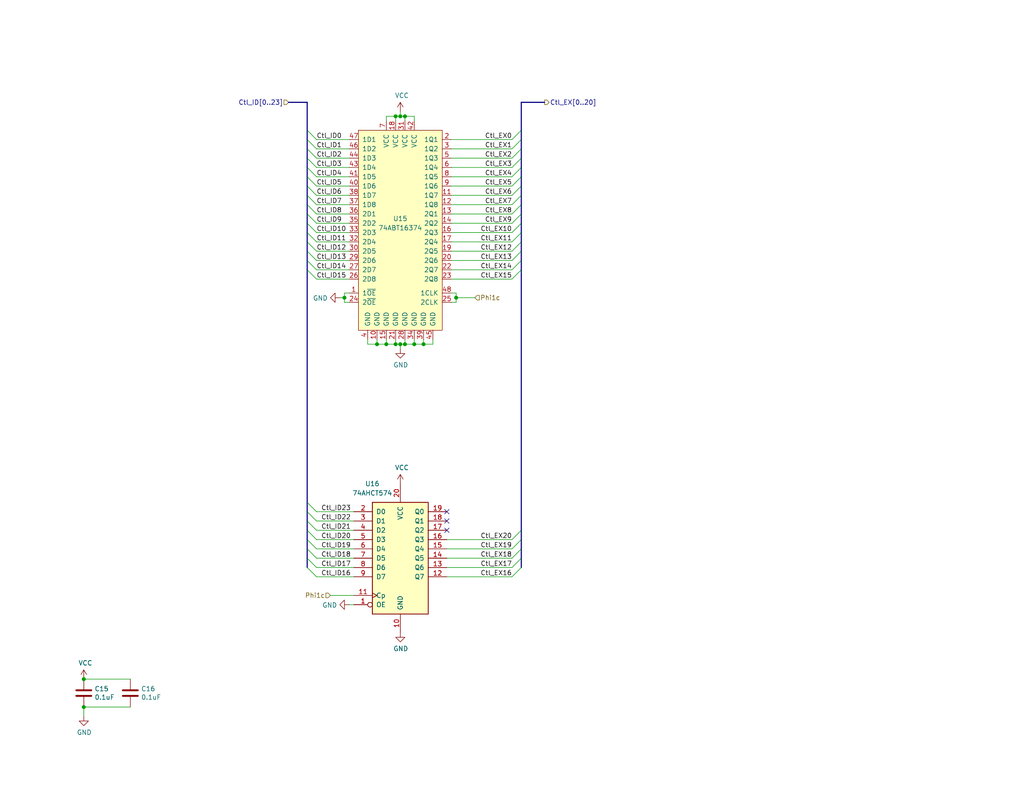
<source format=kicad_sch>
(kicad_sch (version 20250114) (generator "eeschema") (generator_version "9.0")
  (paper "USLetter")
  (title_block (title "ID/EX Control Register") (date "2023-11-14") (rev "E"))
  (lib_symbols
    (symbol "74xx (kicad5):74ABT16374" (pin_names (offset 1.016))
      (property "Reference" "U" (at 0 1.27 0))
      (property "Value" "74ABT16374" (at 0 -1.27 0))
      (symbol "74ABT16374_0_0"
        (pin input line (at -13.97 21.59 0) (length 2.54) (name "1D1") (number "47"))
        (pin input line (at -13.97 19.05 0) (length 2.54) (name "1D2") (number "46"))
        (pin input line (at -13.97 16.51 0) (length 2.54) (name "1D3") (number "44"))
        (pin input line (at -13.97 13.97 0) (length 2.54) (name "1D4") (number "43"))
        (pin input line (at -13.97 11.43 0) (length 2.54) (name "1D5") (number "41"))
        (pin input line (at -13.97 8.89 0) (length 2.54) (name "1D6") (number "40"))
        (pin input line (at -13.97 6.35 0) (length 2.54) (name "1D7") (number "38"))
        (pin input line (at -13.97 3.81 0) (length 2.54) (name "1D8") (number "37"))
        (pin input line (at -13.97 1.27 0) (length 2.54) (name "2D1") (number "36"))
        (pin input line (at -13.97 -1.27 0) (length 2.54) (name "2D2") (number "35"))
        (pin input line (at -13.97 -3.81 0) (length 2.54) (name "2D3") (number "33"))
        (pin input line (at -13.97 -6.35 0) (length 2.54) (name "2D4") (number "32"))
        (pin input line (at -13.97 -8.89 0) (length 2.54) (name "2D5") (number "30"))
        (pin input line (at -13.97 -11.43 0) (length 2.54) (name "2D6") (number "29"))
        (pin input line (at -13.97 -13.97 0) (length 2.54) (name "2D7") (number "27"))
        (pin input line (at -13.97 -16.51 0) (length 2.54) (name "2D8") (number "26"))
        (pin input line (at -13.97 -20.32 0) (length 2.54) (name "1~{OE}") (number "1"))
        (pin input line (at -13.97 -22.86 0) (length 2.54) (name "2~{OE}") (number "24"))
        (pin power_in line (at -8.89 -33.02 90) (length 2.54) (name "GND") (number "4"))
        (pin power_in line (at -6.35 -33.02 90) (length 2.54) (name "GND") (number "10"))
        (pin power_in line (at -3.81 26.67 270) (length 2.54) (name "VCC") (number "7"))
        (pin power_in line (at -3.81 -33.02 90) (length 2.54) (name "GND") (number "15"))
        (pin power_in line (at -1.27 26.67 270) (length 2.54) (name "VCC") (number "18"))
        (pin power_in line (at -1.27 -33.02 90) (length 2.54) (name "GND") (number "21"))
        (pin power_in line (at 1.27 26.67 270) (length 2.54) (name "VCC") (number "31"))
        (pin power_in line (at 1.27 -33.02 90) (length 2.54) (name "GND") (number "28"))
        (pin power_in line (at 3.81 26.67 270) (length 2.54) (name "VCC") (number "42"))
        (pin power_in line (at 3.81 -33.02 90) (length 2.54) (name "GND") (number "34"))
        (pin power_in line (at 6.35 -33.02 90) (length 2.54) (name "GND") (number "39"))
        (pin power_in line (at 8.89 -33.02 90) (length 2.54) (name "GND") (number "45"))
        (pin tri_state line (at 13.97 21.59 180) (length 2.54) (name "1Q1") (number "2"))
        (pin tri_state line (at 13.97 19.05 180) (length 2.54) (name "1Q2") (number "3"))
        (pin tri_state line (at 13.97 16.51 180) (length 2.54) (name "1Q3") (number "5"))
        (pin tri_state line (at 13.97 13.97 180) (length 2.54) (name "1Q4") (number "6"))
        (pin tri_state line (at 13.97 11.43 180) (length 2.54) (name "1Q5") (number "8"))
        (pin tri_state line (at 13.97 8.89 180) (length 2.54) (name "1Q6") (number "9"))
        (pin tri_state line (at 13.97 6.35 180) (length 2.54) (name "1Q7") (number "11"))
        (pin tri_state line (at 13.97 3.81 180) (length 2.54) (name "1Q8") (number "12"))
        (pin tri_state line (at 13.97 1.27 180) (length 2.54) (name "2Q1") (number "13"))
        (pin tri_state line (at 13.97 -1.27 180) (length 2.54) (name "2Q2") (number "14"))
        (pin tri_state line (at 13.97 -3.81 180) (length 2.54) (name "2Q3") (number "16"))
        (pin tri_state line (at 13.97 -6.35 180) (length 2.54) (name "2Q4") (number "17"))
        (pin tri_state line (at 13.97 -8.89 180) (length 2.54) (name "2Q5") (number "19"))
        (pin tri_state line (at 13.97 -11.43 180) (length 2.54) (name "2Q6") (number "20"))
        (pin tri_state line (at 13.97 -13.97 180) (length 2.54) (name "2Q7") (number "22"))
        (pin tri_state line (at 13.97 -16.51 180) (length 2.54) (name "2Q8") (number "23"))
        (pin input line (at 13.97 -20.32 180) (length 2.54) (name "1CLK") (number "48"))
        (pin input line (at 13.97 -22.86 180) (length 2.54) (name "2CLK") (number "25"))
      )
      (symbol "74ABT16374_0_1"
        (rectangle (start -11.43 24.13) (end 11.43 -30.48) (fill (type background)))
      )
    )
    (symbol "74xx:74LS574" (pin_names (offset 1.016))
      (property "Reference" "U" (at -7.62 16.51 0))
      (property "Value" "74LS574" (at -7.62 -16.51 0))
      (symbol "74LS574_1_0"
        (pin input line (at -12.7 12.7 0) (length 5.08) (name "D0") (number "2"))
        (pin input line (at -12.7 10.16 0) (length 5.08) (name "D1") (number "3"))
        (pin input line (at -12.7 7.62 0) (length 5.08) (name "D2") (number "4"))
        (pin input line (at -12.7 5.08 0) (length 5.08) (name "D3") (number "5"))
        (pin input line (at -12.7 2.54 0) (length 5.08) (name "D4") (number "6"))
        (pin input line (at -12.7 0 0) (length 5.08) (name "D5") (number "7"))
        (pin input line (at -12.7 -2.54 0) (length 5.08) (name "D6") (number "8"))
        (pin input line (at -12.7 -5.08 0) (length 5.08) (name "D7") (number "9"))
        (pin input clock (at -12.7 -10.16 0) (length 5.08) (name "Cp") (number "11"))
        (pin input inverted (at -12.7 -12.7 0) (length 5.08) (name "OE") (number "1"))
        (pin power_in line (at 0 20.32 270) (length 5.08) (name "VCC") (number "20"))
        (pin power_in line (at 0 -20.32 90) (length 5.08) (name "GND") (number "10"))
        (pin tri_state line (at 12.7 12.7 180) (length 5.08) (name "Q0") (number "19"))
        (pin tri_state line (at 12.7 10.16 180) (length 5.08) (name "Q1") (number "18"))
        (pin tri_state line (at 12.7 7.62 180) (length 5.08) (name "Q2") (number "17"))
        (pin tri_state line (at 12.7 5.08 180) (length 5.08) (name "Q3") (number "16"))
        (pin tri_state line (at 12.7 2.54 180) (length 5.08) (name "Q4") (number "15"))
        (pin tri_state line (at 12.7 0 180) (length 5.08) (name "Q5") (number "14"))
        (pin tri_state line (at 12.7 -2.54 180) (length 5.08) (name "Q6") (number "13"))
        (pin tri_state line (at 12.7 -5.08 180) (length 5.08) (name "Q7") (number "12"))
      )
      (symbol "74LS574_1_1"
        (rectangle (start -7.62 15.24) (end 7.62 -15.24) (stroke (width 0.254)) (fill (type background)))
      )
    )
    (symbol "Device:C" (pin_numbers (hide yes)) (pin_names (offset 0.254))
      (property "Reference" "C" (at 0.635 2.54 0))
      (property "Value" "C" (at 0.635 -2.54 0))
      (symbol "C_0_1"
        (polyline (pts (xy -2.032 0.762) (xy 2.032 0.762)) (stroke (width 0.508)))
        (polyline (pts (xy -2.032 -0.762) (xy 2.032 -0.762)) (stroke (width 0.508)))
      )
      (symbol "C_1_1"
        (pin passive line (at 0 3.81 270) (length 2.794) (name "~") (number "1"))
        (pin passive line (at 0 -3.81 90) (length 2.794) (name "~") (number "2"))
      )
    )
    (symbol "power:GND" (power) (pin_names (offset 0))
      (property "Value" "GND" (at 0 -3.81 0))
      (symbol "GND_0_1"
        (polyline (pts (xy 0 0) (xy 0 -1.27) (xy 1.27 -1.27) (xy 0 -2.54) (xy -1.27 -1.27) (xy 0 -1.27)))
      )
      (symbol "GND_1_1"
        (pin power_in line (at 0 0 270) (length 0) (hide yes) (name "GND") (number "1"))
      )
    )
    (symbol "power:VCC" (power) (pin_names (offset 0))
      (property "Value" "VCC" (at 0 3.81 0))
      (symbol "VCC_0_1"
        (polyline (pts (xy -0.762 1.27) (xy 0 2.54)))
        (polyline (pts (xy 0 2.54) (xy 0.762 1.27)))
        (polyline (pts (xy 0 0) (xy 0 2.54)))
      )
      (symbol "VCC_1_1"
        (pin power_in line (at 0 0 90) (length 0) (hide yes) (name "VCC") (number "1"))
      )
    )
  )
  (junction (at 110.49 31.75))
  (junction (at 110.49 93.98))
  (junction (at 107.95 31.75))
  (junction (at 22.86 193.04))
  (junction (at 93.98 81.28))
  (junction (at 22.86 185.42))
  (junction (at 124.46 81.28))
  (junction (at 107.95 93.98))
  (junction (at 109.22 31.75))
  (junction (at 109.22 93.98))
  (junction (at 105.41 93.98))
  (junction (at 102.87 93.98))
  (junction (at 113.03 93.98))
  (junction (at 115.57 93.98))
  (no_connect (at 121.92 139.7))
  (no_connect (at 121.92 142.24))
  (no_connect (at 121.92 144.78))
  (bus_entry (at 142.24 53.34) (size -2.54 2.54))
  (bus_entry (at 83.82 55.88) (size 2.54 2.54))
  (bus_entry (at 142.24 68.58) (size -2.54 2.54))
  (bus_entry (at 83.82 58.42) (size 2.54 2.54))
  (bus_entry (at 142.24 43.18) (size -2.54 2.54))
  (bus_entry (at 83.82 152.4) (size 2.54 2.54))
  (bus_entry (at 83.82 144.78) (size 2.54 2.54))
  (bus_entry (at 142.24 38.1) (size -2.54 2.54))
  (bus_entry (at 142.24 152.4) (size -2.54 2.54))
  (bus_entry (at 142.24 71.12) (size -2.54 2.54))
  (bus_entry (at 142.24 40.64) (size -2.54 2.54))
  (bus_entry (at 83.82 60.96) (size 2.54 2.54))
  (bus_entry (at 83.82 43.18) (size 2.54 2.54))
  (bus_entry (at 83.82 137.16) (size 2.54 2.54))
  (bus_entry (at 83.82 139.7) (size 2.54 2.54))
  (bus_entry (at 83.82 142.24) (size 2.54 2.54))
  (bus_entry (at 142.24 35.56) (size -2.54 2.54))
  (bus_entry (at 83.82 63.5) (size 2.54 2.54))
  (bus_entry (at 142.24 50.8) (size -2.54 2.54))
  (bus_entry (at 142.24 60.96) (size -2.54 2.54))
  (bus_entry (at 83.82 147.32) (size 2.54 2.54))
  (bus_entry (at 83.82 48.26) (size 2.54 2.54))
  (bus_entry (at 83.82 38.1) (size 2.54 2.54))
  (bus_entry (at 142.24 63.5) (size -2.54 2.54))
  (bus_entry (at 83.82 35.56) (size 2.54 2.54))
  (bus_entry (at 83.82 53.34) (size 2.54 2.54))
  (bus_entry (at 83.82 45.72) (size 2.54 2.54))
  (bus_entry (at 83.82 68.58) (size 2.54 2.54))
  (bus_entry (at 142.24 48.26) (size -2.54 2.54))
  (bus_entry (at 142.24 154.94) (size -2.54 2.54))
  (bus_entry (at 142.24 149.86) (size -2.54 2.54))
  (bus_entry (at 142.24 45.72) (size -2.54 2.54))
  (bus_entry (at 142.24 58.42) (size -2.54 2.54))
  (bus_entry (at 83.82 149.86) (size 2.54 2.54))
  (bus_entry (at 142.24 66.04) (size -2.54 2.54))
  (bus_entry (at 142.24 55.88) (size -2.54 2.54))
  (bus_entry (at 142.24 147.32) (size -2.54 2.54))
  (bus_entry (at 83.82 50.8) (size 2.54 2.54))
  (bus_entry (at 142.24 144.78) (size -2.54 2.54))
  (bus_entry (at 83.82 66.04) (size 2.54 2.54))
  (bus_entry (at 83.82 71.12) (size 2.54 2.54))
  (bus_entry (at 83.82 154.94) (size 2.54 2.54))
  (bus_entry (at 83.82 40.64) (size 2.54 2.54))
  (bus_entry (at 83.82 73.66) (size 2.54 2.54))
  (bus_entry (at 142.24 73.66) (size -2.54 2.54))
  (wire (pts (xy 86.36 43.18) (xy 95.25 43.18)))
  (bus (pts (xy 83.82 38.1) (xy 83.82 40.64)))
  (wire (pts (xy 139.7 154.94) (xy 121.92 154.94)))
  (wire (pts (xy 124.46 82.55) (xy 123.19 82.55)))
  (bus (pts (xy 83.82 27.94) (xy 83.82 35.56)))
  (wire (pts (xy 100.33 92.71) (xy 100.33 93.98)))
  (bus (pts (xy 142.24 27.94) (xy 142.24 35.56)))
  (wire (pts (xy 139.7 60.96) (xy 123.19 60.96)))
  (wire (pts (xy 139.7 38.1) (xy 123.19 38.1)))
  (wire (pts (xy 115.57 92.71) (xy 115.57 93.98)))
  (wire (pts (xy 107.95 93.98) (xy 109.22 93.98)))
  (wire (pts (xy 35.56 193.04) (xy 22.86 193.04)))
  (wire (pts (xy 86.36 53.34) (xy 95.25 53.34)))
  (wire (pts (xy 107.95 31.75) (xy 109.22 31.75)))
  (wire (pts (xy 86.36 68.58) (xy 95.25 68.58)))
  (bus (pts (xy 83.82 35.56) (xy 83.82 38.1)))
  (wire (pts (xy 86.36 66.04) (xy 95.25 66.04)))
  (bus (pts (xy 142.24 45.72) (xy 142.24 48.26)))
  (wire (pts (xy 139.7 157.48) (xy 121.92 157.48)))
  (bus (pts (xy 83.82 152.4) (xy 83.82 154.94)))
  (wire (pts (xy 86.36 55.88) (xy 95.25 55.88)))
  (wire (pts (xy 109.22 93.98) (xy 109.22 95.25)))
  (wire (pts (xy 139.7 55.88) (xy 123.19 55.88)))
  (bus (pts (xy 83.82 137.16) (xy 83.82 139.7)))
  (wire (pts (xy 113.03 31.75) (xy 113.03 33.02)))
  (wire (pts (xy 139.7 43.18) (xy 123.19 43.18)))
  (wire (pts (xy 93.98 81.28) (xy 93.98 82.55)))
  (wire (pts (xy 109.22 31.75) (xy 110.49 31.75)))
  (bus (pts (xy 142.24 53.34) (xy 142.24 55.88)))
  (wire (pts (xy 109.22 93.98) (xy 110.49 93.98)))
  (bus (pts (xy 83.82 43.18) (xy 83.82 45.72)))
  (bus (pts (xy 142.24 35.56) (xy 142.24 38.1)))
  (wire (pts (xy 139.7 66.04) (xy 123.19 66.04)))
  (bus (pts (xy 142.24 149.86) (xy 142.24 152.4)))
  (bus (pts (xy 142.24 55.88) (xy 142.24 58.42)))
  (bus (pts (xy 83.82 68.58) (xy 83.82 71.12)))
  (bus (pts (xy 142.24 40.64) (xy 142.24 43.18)))
  (bus (pts (xy 142.24 147.32) (xy 142.24 149.86)))
  (wire (pts (xy 105.41 92.71) (xy 105.41 93.98)))
  (wire (pts (xy 139.7 53.34) (xy 123.19 53.34)))
  (bus (pts (xy 83.82 144.78) (xy 83.82 147.32)))
  (wire (pts (xy 86.36 73.66) (xy 95.25 73.66)))
  (wire (pts (xy 86.36 144.78) (xy 96.52 144.78)))
  (bus (pts (xy 83.82 63.5) (xy 83.82 66.04)))
  (wire (pts (xy 102.87 92.71) (xy 102.87 93.98)))
  (wire (pts (xy 86.36 63.5) (xy 95.25 63.5)))
  (wire (pts (xy 110.49 93.98) (xy 113.03 93.98)))
  (wire (pts (xy 86.36 58.42) (xy 95.25 58.42)))
  (bus (pts (xy 148.59 27.94) (xy 142.24 27.94)))
  (wire (pts (xy 86.36 149.86) (xy 96.52 149.86)))
  (wire (pts (xy 139.7 147.32) (xy 121.92 147.32)))
  (wire (pts (xy 139.7 152.4) (xy 121.92 152.4)))
  (bus (pts (xy 142.24 63.5) (xy 142.24 66.04)))
  (wire (pts (xy 86.36 76.2) (xy 95.25 76.2)))
  (bus (pts (xy 142.24 73.66) (xy 142.24 144.78)))
  (wire (pts (xy 86.36 45.72) (xy 95.25 45.72)))
  (bus (pts (xy 142.24 66.04) (xy 142.24 68.58)))
  (wire (pts (xy 22.86 195.58) (xy 22.86 193.04)))
  (wire (pts (xy 86.36 71.12) (xy 95.25 71.12)))
  (wire (pts (xy 123.19 80.01) (xy 124.46 80.01)))
  (wire (pts (xy 86.36 147.32) (xy 96.52 147.32)))
  (wire (pts (xy 93.98 80.01) (xy 93.98 81.28)))
  (wire (pts (xy 109.22 30.48) (xy 109.22 31.75)))
  (bus (pts (xy 142.24 58.42) (xy 142.24 60.96)))
  (wire (pts (xy 86.36 38.1) (xy 95.25 38.1)))
  (wire (pts (xy 110.49 31.75) (xy 113.03 31.75)))
  (wire (pts (xy 118.11 93.98) (xy 118.11 92.71)))
  (wire (pts (xy 86.36 157.48) (xy 96.52 157.48)))
  (bus (pts (xy 142.24 152.4) (xy 142.24 154.94)))
  (wire (pts (xy 139.7 50.8) (xy 123.19 50.8)))
  (wire (pts (xy 102.87 93.98) (xy 105.41 93.98)))
  (wire (pts (xy 90.17 162.56) (xy 96.52 162.56)))
  (wire (pts (xy 107.95 92.71) (xy 107.95 93.98)))
  (bus (pts (xy 83.82 50.8) (xy 83.82 53.34)))
  (bus (pts (xy 83.82 71.12) (xy 83.82 73.66)))
  (wire (pts (xy 107.95 33.02) (xy 107.95 31.75)))
  (bus (pts (xy 83.82 73.66) (xy 83.82 137.16)))
  (wire (pts (xy 124.46 81.28) (xy 129.54 81.28)))
  (wire (pts (xy 110.49 92.71) (xy 110.49 93.98)))
  (wire (pts (xy 86.36 48.26) (xy 95.25 48.26)))
  (wire (pts (xy 86.36 142.24) (xy 96.52 142.24)))
  (wire (pts (xy 86.36 152.4) (xy 96.52 152.4)))
  (bus (pts (xy 142.24 43.18) (xy 142.24 45.72)))
  (wire (pts (xy 105.41 33.02) (xy 105.41 31.75)))
  (bus (pts (xy 83.82 149.86) (xy 83.82 152.4)))
  (wire (pts (xy 113.03 93.98) (xy 115.57 93.98)))
  (bus (pts (xy 142.24 38.1) (xy 142.24 40.64)))
  (wire (pts (xy 93.98 81.28) (xy 92.71 81.28)))
  (wire (pts (xy 139.7 63.5) (xy 123.19 63.5)))
  (bus (pts (xy 83.82 45.72) (xy 83.82 48.26)))
  (wire (pts (xy 105.41 93.98) (xy 107.95 93.98)))
  (bus (pts (xy 83.82 53.34) (xy 83.82 55.88)))
  (wire (pts (xy 139.7 48.26) (xy 123.19 48.26)))
  (bus (pts (xy 142.24 144.78) (xy 142.24 147.32)))
  (wire (pts (xy 100.33 93.98) (xy 102.87 93.98)))
  (wire (pts (xy 115.57 93.98) (xy 118.11 93.98)))
  (bus (pts (xy 78.74 27.94) (xy 83.82 27.94)))
  (bus (pts (xy 83.82 142.24) (xy 83.82 144.78)))
  (wire (pts (xy 139.7 68.58) (xy 123.19 68.58)))
  (wire (pts (xy 113.03 92.71) (xy 113.03 93.98)))
  (wire (pts (xy 139.7 45.72) (xy 123.19 45.72)))
  (bus (pts (xy 83.82 48.26) (xy 83.82 50.8)))
  (bus (pts (xy 83.82 40.64) (xy 83.82 43.18)))
  (wire (pts (xy 110.49 33.02) (xy 110.49 31.75)))
  (bus (pts (xy 83.82 147.32) (xy 83.82 149.86)))
  (wire (pts (xy 95.25 165.1) (xy 96.52 165.1)))
  (wire (pts (xy 139.7 40.64) (xy 123.19 40.64)))
  (bus (pts (xy 83.82 66.04) (xy 83.82 68.58)))
  (bus (pts (xy 142.24 48.26) (xy 142.24 50.8)))
  (bus (pts (xy 142.24 71.12) (xy 142.24 73.66)))
  (bus (pts (xy 83.82 139.7) (xy 83.82 142.24)))
  (wire (pts (xy 95.25 80.01) (xy 93.98 80.01)))
  (wire (pts (xy 86.36 40.64) (xy 95.25 40.64)))
  (wire (pts (xy 22.86 185.42) (xy 35.56 185.42)))
  (wire (pts (xy 86.36 139.7) (xy 96.52 139.7)))
  (bus (pts (xy 142.24 68.58) (xy 142.24 71.12)))
  (bus (pts (xy 83.82 58.42) (xy 83.82 60.96)))
  (wire (pts (xy 139.7 149.86) (xy 121.92 149.86)))
  (wire (pts (xy 124.46 80.01) (xy 124.46 81.28)))
  (bus (pts (xy 83.82 60.96) (xy 83.82 63.5)))
  (wire (pts (xy 139.7 76.2) (xy 123.19 76.2)))
  (wire (pts (xy 86.36 50.8) (xy 95.25 50.8)))
  (wire (pts (xy 139.7 71.12) (xy 123.19 71.12)))
  (bus (pts (xy 83.82 55.88) (xy 83.82 58.42)))
  (bus (pts (xy 142.24 50.8) (xy 142.24 53.34)))
  (wire (pts (xy 93.98 82.55) (xy 95.25 82.55)))
  (wire (pts (xy 105.41 31.75) (xy 107.95 31.75)))
  (wire (pts (xy 139.7 58.42) (xy 123.19 58.42)))
  (wire (pts (xy 86.36 154.94) (xy 96.52 154.94)))
  (wire (pts (xy 139.7 73.66) (xy 123.19 73.66)))
  (wire (pts (xy 124.46 81.28) (xy 124.46 82.55)))
  (wire (pts (xy 86.36 60.96) (xy 95.25 60.96)))
  (bus (pts (xy 142.24 60.96) (xy 142.24 63.5)))
  (label "Ctl_EX0" (at 139.7 38.1 180))
  (label "Ctl_EX11" (at 139.7 66.04 180))
  (label "Ctl_EX8" (at 139.7 58.42 180))
  (label "Ctl_ID14" (at 86.36 73.66 0))
  (label "Ctl_ID12" (at 86.36 68.58 0))
  (label "Ctl_EX9" (at 139.7 60.96 180))
  (label "Ctl_ID17" (at 87.63 154.94 0))
  (label "Ctl_EX10" (at 139.7 63.5 180))
  (label "Ctl_EX16" (at 139.7 157.48 180))
  (label "Ctl_ID7" (at 86.36 55.88 0))
  (label "Ctl_ID0" (at 86.36 38.1 0))
  (label "Ctl_ID3" (at 86.36 45.72 0))
  (label "Ctl_EX18" (at 139.7 152.4 180))
  (label "Ctl_EX12" (at 139.7 68.58 180))
  (label "Ctl_ID22" (at 87.63 142.24 0))
  (label "Ctl_EX20" (at 139.7 147.32 180))
  (label "Ctl_EX15" (at 139.7 76.2 180))
  (label "Ctl_ID21" (at 87.63 144.78 0))
  (label "Ctl_ID2" (at 86.36 43.18 0))
  (label "Ctl_ID15" (at 86.36 76.2 0))
  (label "Ctl_EX5" (at 139.7 50.8 180))
  (label "Ctl_ID13" (at 86.36 71.12 0))
  (label "Ctl_ID4" (at 86.36 48.26 0))
  (label "Ctl_EX7" (at 139.7 55.88 180))
  (label "Ctl_EX17" (at 139.7 154.94 180))
  (label "Ctl_EX1" (at 139.7 40.64 180))
  (label "Ctl_ID11" (at 86.36 66.04 0))
  (label "Ctl_EX2" (at 139.7 43.18 180))
  (label "Ctl_ID16" (at 87.63 157.48 0))
  (label "Ctl_ID6" (at 86.36 53.34 0))
  (label "Ctl_ID1" (at 86.36 40.64 0))
  (label "Ctl_ID8" (at 86.36 58.42 0))
  (label "Ctl_EX6" (at 139.7 53.34 180))
  (label "Ctl_ID20" (at 87.63 147.32 0))
  (label "Ctl_ID18" (at 87.63 152.4 0))
  (label "Ctl_ID19" (at 87.63 149.86 0))
  (label "Ctl_EX3" (at 139.7 45.72 180))
  (label "Ctl_ID10" (at 86.36 63.5 0))
  (label "Ctl_ID9" (at 86.36 60.96 0))
  (label "Ctl_EX4" (at 139.7 48.26 180))
  (label "Ctl_ID23" (at 87.63 139.7 0))
  (label "Ctl_EX19" (at 139.7 149.86 180))
  (label "Ctl_ID5" (at 86.36 50.8 0))
  (label "Ctl_EX14" (at 139.7 73.66 180))
  (label "Ctl_EX13" (at 139.7 71.12 180))
  (hierarchical_label "Ctl_ID[0..23]" (shape input) (at 78.74 27.94 180))
  (hierarchical_label "Phi1c" (shape input) (at 129.54 81.28 0))
  (hierarchical_label "Ctl_EX[0..20]" (shape output) (at 148.59 27.94 0))
  (hierarchical_label "Phi1c" (shape input) (at 90.17 162.56 180))
  (symbol (lib_id "Device:C") (at 22.86 189.23 0) (unit 1)
    (property "Reference" "C15" (at 25.781 188.0616 0) (effects (justify left)))
    (property "Value" "0.1uF" (at 25.781 190.373 0) (effects (justify left)))
    (property "Footprint" "Capacitor_SMD:C_0603_1608Metric_Pad1.08x0.95mm_HandSolder" (effects (hide yes)))
    (property "Mouser" "https://www.mouser.com/ProductDetail/963-EMK107B7104KAHT" (effects (hide yes)))
  )
  (symbol (lib_id "power:VCC") (at 22.86 185.42 0) (unit 1)
    (property "Reference" "#PWR071" (effects (hide yes)))
    (property "Value" "VCC" (at 23.2918 181.0258 0))
  )
  (symbol (lib_id "power:GND") (at 22.86 195.58 0) (unit 1)
    (property "Reference" "#PWR072" (effects (hide yes)))
    (property "Value" "GND" (at 22.987 199.9742 0))
  )
  (symbol (lib_id "Device:C") (at 35.56 189.23 0) (unit 1)
    (property "Reference" "C16" (at 38.481 188.0616 0) (effects (justify left)))
    (property "Value" "0.1uF" (at 38.481 190.373 0) (effects (justify left)))
    (property "Footprint" "Capacitor_SMD:C_0603_1608Metric_Pad1.08x0.95mm_HandSolder" (effects (hide yes)))
    (property "Mouser" "https://www.mouser.com/ProductDetail/963-EMK107B7104KAHT" (effects (hide yes)))
  )
  (symbol (lib_id "power:GND") (at 109.22 172.72 0) (unit 1)
    (property "Reference" "#PWR078" (effects (hide yes)))
    (property "Value" "GND" (at 109.347 177.1142 0))
  )
  (symbol (lib_id "power:VCC") (at 109.22 132.08 0) (unit 1)
    (property "Reference" "#PWR077" (effects (hide yes)))
    (property "Value" "VCC" (at 109.6518 127.6858 0))
  )
  (symbol (lib_id "74xx:74LS574") (at 109.22 152.4 0) (unit 1)
    (property "Reference" "U16" (at 101.6 132.08 0))
    (property "Value" "74AHCT574" (at 101.6 134.62 0))
    (property "Footprint" "Package_SO:TSSOP-20_4.4x6.5mm_P0.65mm" (effects (hide yes)))
    (property "Datasheet" "http://www.ti.com/lit/gpn/sn74LS574" (effects (hide yes)))
    (property "Mouser" "https://www.mouser.com/ProductDetail/Nexperia/74AHCT574PW112?qs=P62ublwmbi85GCU3A0NEsQ%3D%3D" (effects (hide yes)))
  )
  (symbol (lib_id "power:GND") (at 95.25 165.1 270) (unit 1)
    (property "Reference" "#PWR074" (effects (hide yes)))
    (property "Value" "GND" (at 91.9988 165.227 90) (effects (justify right)))
  )
  (symbol (lib_id "power:GND") (at 92.71 81.28 270) (unit 1)
    (property "Reference" "#PWR073" (effects (hide yes)))
    (property "Value" "GND" (at 89.4588 81.407 90) (effects (justify right)))
  )
  (symbol (lib_id "power:VCC") (at 109.22 30.48 0) (unit 1)
    (property "Reference" "#PWR075" (effects (hide yes)))
    (property "Value" "VCC" (at 109.6518 26.0858 0))
  )
  (symbol (lib_id "power:GND") (at 109.22 95.25 0) (unit 1)
    (property "Reference" "#PWR076" (effects (hide yes)))
    (property "Value" "GND" (at 109.347 99.6442 0))
  )
  (symbol (lib_id "74xx (kicad5):74ABT16374") (at 109.22 59.69 0) (unit 1)
    (property "Reference" "U15" (at 109.22 59.69 0))
    (property "Value" "74ABT16374" (at 109.22 62.23 0))
    (property "Footprint" "Package_SO:TSSOP-48_6.1x12.5mm_P0.5mm" (effects (hide yes)))
    (property "Datasheet" "https://www.ti.com/lit/ds/symlink/sn74abt16374a.pdf?HQS=dis-mous-null-mousermode-dsf-pf-null-wwe&ts=1617318801237" (effects (hide yes)))
    (property "Mouser" "https://www.mouser.com/ProductDetail/Texas-Instruments/SN74ABT16374ADGGR?qs=%2Fha2pyFadui8Wf%2F61v2joCyY9bOa3peBR5btn0VUHs8%3D" (effects (hide yes)))
  )
)
</source>
